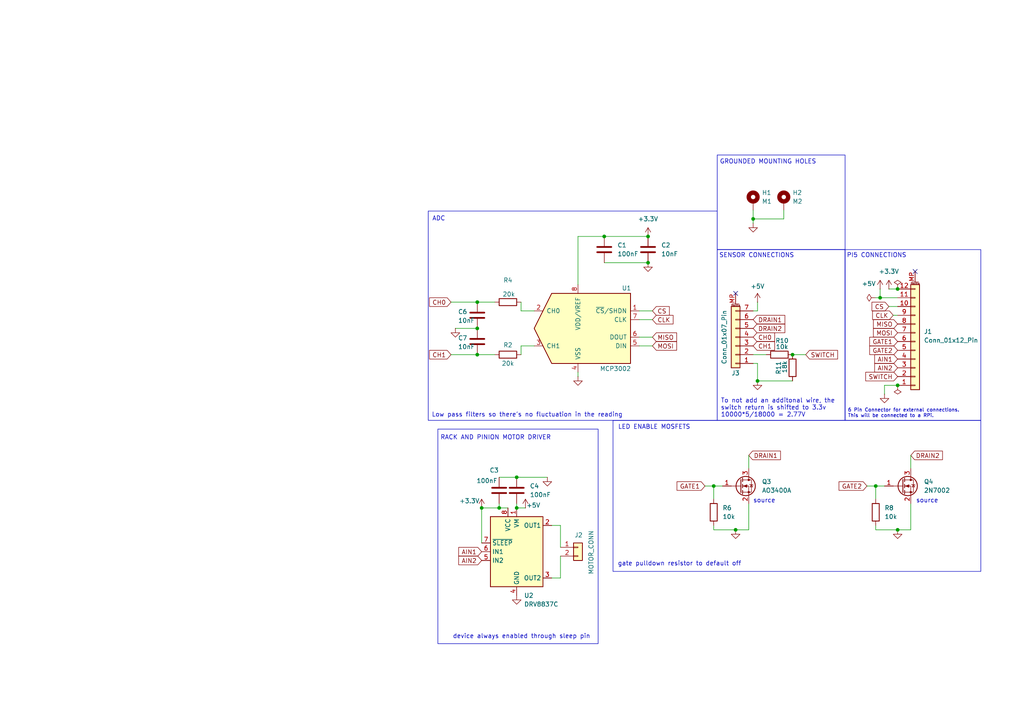
<source format=kicad_sch>
(kicad_sch (version 20250114) (generator "eeschema") (generator_version "9.99")
  (paper "A4")
  (lib_symbols
    (symbol "Analog_ADC:MCP3002" (pin_names (offset 1.016))
      (property "Reference" "U" (at -6.35 11.43 0))
      (property "Value" "MCP3002" (at 11.43 11.43 0))
      (symbol "MCP3002_0_1"
        (polyline (pts (xy 15.24 10.16) (xy -7.62 10.16) (xy -12.7 0) (xy -7.62 -10.16) (xy 15.24 -10.16) (xy 15.24 10.16)) (stroke (width 0.254)) (fill (type background)))
      )
      (symbol "MCP3002_1_1"
        (pin passive line (at -12.7 5.08 0) (length 2.54) (name "CH0") (number "2"))
        (pin passive line (at -12.7 -5.08 0) (length 2.54) (name "CH1") (number "3"))
        (pin power_in line (at 0 12.7 270) (length 2.54) (name "VDD/VREF") (number "8"))
        (pin power_in line (at 0 -12.7 90) (length 2.54) (name "VSS") (number "4"))
        (pin input line (at 17.78 5.08 180) (length 2.54) (name "~{CS}/SHDN") (number "1"))
        (pin input line (at 17.78 2.54 180) (length 2.54) (name "CLK") (number "7"))
        (pin output line (at 17.78 -2.54 180) (length 2.54) (name "DOUT") (number "6"))
        (pin input line (at 17.78 -5.08 180) (length 2.54) (name "DIN") (number "5"))
      )
    )
    (symbol "Connector_Generic:Conn_01x02" (pin_names (offset 1.016) (hide yes))
      (property "Reference" "J" (at 0 2.54 0))
      (property "Value" "Conn_01x02" (at 0 -5.08 0))
      (symbol "Conn_01x02_1_1"
        (rectangle (start -1.27 1.27) (end 1.27 -3.81) (stroke (width 0.254)) (fill (type background)))
        (rectangle (start -1.27 0.127) (end 0 -0.127) (stroke (width 0.1524)))
        (rectangle (start -1.27 -2.413) (end 0 -2.667) (stroke (width 0.1524)))
        (pin passive line (at -5.08 0 0) (length 3.81) (name "Pin_1") (number "1"))
        (pin passive line (at -5.08 -2.54 0) (length 3.81) (name "Pin_2") (number "2"))
      )
    )
    (symbol "Connector_Generic_MountingPin:Conn_01x07_MountingPin" (pin_names (offset 1.016) (hide yes))
      (property "Reference" "J" (at 0 10.16 0))
      (property "Value" "Conn_01x07_MountingPin" (at 1.27 -10.16 0))
      (symbol "Conn_01x07_MountingPin_1_1"
        (rectangle (start -1.27 8.89) (end 1.27 -8.89) (stroke (width 0.254)) (fill (type background)))
        (rectangle (start -1.27 7.747) (end 0 7.493) (stroke (width 0.1524)))
        (rectangle (start -1.27 5.207) (end 0 4.953) (stroke (width 0.1524)))
        (rectangle (start -1.27 2.667) (end 0 2.413) (stroke (width 0.1524)))
        (rectangle (start -1.27 0.127) (end 0 -0.127) (stroke (width 0.1524)))
        (rectangle (start -1.27 -2.413) (end 0 -2.667) (stroke (width 0.1524)))
        (rectangle (start -1.27 -4.953) (end 0 -5.207) (stroke (width 0.1524)))
        (rectangle (start -1.27 -7.493) (end 0 -7.747) (stroke (width 0.1524)))
        (polyline (pts (xy -1.016 -9.652) (xy 1.016 -9.652)) (stroke (width 0.1524)))
        (text "Mounting" (at 0 -9.271 0) (effects (font (size 0.381 0.381))))
        (pin passive line (at -5.08 7.62 0) (length 3.81) (name "Pin_1") (number "1"))
        (pin passive line (at -5.08 5.08 0) (length 3.81) (name "Pin_2") (number "2"))
        (pin passive line (at -5.08 2.54 0) (length 3.81) (name "Pin_3") (number "3"))
        (pin passive line (at -5.08 0 0) (length 3.81) (name "Pin_4") (number "4"))
        (pin passive line (at -5.08 -2.54 0) (length 3.81) (name "Pin_5") (number "5"))
        (pin passive line (at -5.08 -5.08 0) (length 3.81) (name "Pin_6") (number "6"))
        (pin passive line (at -5.08 -7.62 0) (length 3.81) (name "Pin_7") (number "7"))
        (pin passive line (at 0 -12.7 90) (length 3.048) (name "MountPin") (number "MP"))
      )
    )
    (symbol "Connector_Generic_MountingPin:Conn_01x12_MountingPin" (pin_names (offset 1.016) (hide yes))
      (property "Reference" "J" (at 0 15.24 0))
      (property "Value" "Conn_01x12_MountingPin" (at 1.27 -17.78 0))
      (symbol "Conn_01x12_MountingPin_1_1"
        (rectangle (start -1.27 13.97) (end 1.27 -16.51) (stroke (width 0.254)) (fill (type background)))
        (rectangle (start -1.27 12.827) (end 0 12.573) (stroke (width 0.1524)))
        (rectangle (start -1.27 10.287) (end 0 10.033) (stroke (width 0.1524)))
        (rectangle (start -1.27 7.747) (end 0 7.493) (stroke (width 0.1524)))
        (rectangle (start -1.27 5.207) (end 0 4.953) (stroke (width 0.1524)))
        (rectangle (start -1.27 2.667) (end 0 2.413) (stroke (width 0.1524)))
        (rectangle (start -1.27 0.127) (end 0 -0.127) (stroke (width 0.1524)))
        (rectangle (start -1.27 -2.413) (end 0 -2.667) (stroke (width 0.1524)))
        (rectangle (start -1.27 -4.953) (end 0 -5.207) (stroke (width 0.1524)))
        (rectangle (start -1.27 -7.493) (end 0 -7.747) (stroke (width 0.1524)))
        (rectangle (start -1.27 -10.033) (end 0 -10.287) (stroke (width 0.1524)))
        (rectangle (start -1.27 -12.573) (end 0 -12.827) (stroke (width 0.1524)))
        (rectangle (start -1.27 -15.113) (end 0 -15.367) (stroke (width 0.1524)))
        (polyline (pts (xy -1.016 -17.272) (xy 1.016 -17.272)) (stroke (width 0.1524)))
        (text "Mounting" (at 0 -16.891 0) (effects (font (size 0.381 0.381))))
        (pin passive line (at -5.08 12.7 0) (length 3.81) (name "Pin_1") (number "1"))
        (pin passive line (at -5.08 10.16 0) (length 3.81) (name "Pin_2") (number "2"))
        (pin passive line (at -5.08 7.62 0) (length 3.81) (name "Pin_3") (number "3"))
        (pin passive line (at -5.08 5.08 0) (length 3.81) (name "Pin_4") (number "4"))
        (pin passive line (at -5.08 2.54 0) (length 3.81) (name "Pin_5") (number "5"))
        (pin passive line (at -5.08 0 0) (length 3.81) (name "Pin_6") (number "6"))
        (pin passive line (at -5.08 -2.54 0) (length 3.81) (name "Pin_7") (number "7"))
        (pin passive line (at -5.08 -5.08 0) (length 3.81) (name "Pin_8") (number "8"))
        (pin passive line (at -5.08 -7.62 0) (length 3.81) (name "Pin_9") (number "9"))
        (pin passive line (at -5.08 -10.16 0) (length 3.81) (name "Pin_10") (number "10"))
        (pin passive line (at -5.08 -12.7 0) (length 3.81) (name "Pin_11") (number "11"))
        (pin passive line (at -5.08 -15.24 0) (length 3.81) (name "Pin_12") (number "12"))
        (pin passive line (at 0 -20.32 90) (length 3.048) (name "MountPin") (number "MP"))
      )
    )
    (symbol "Device:C" (pin_numbers (hide yes)) (pin_names (offset 0.254))
      (property "Reference" "C" (at 0.635 2.54 0))
      (property "Value" "C" (at 0.635 -2.54 0))
      (symbol "C_0_1"
        (polyline (pts (xy -2.032 0.762) (xy 2.032 0.762)) (stroke (width 0.508)))
        (polyline (pts (xy -2.032 -0.762) (xy 2.032 -0.762)) (stroke (width 0.508)))
      )
      (symbol "C_1_1"
        (pin passive line (at 0 3.81 270) (length 2.794) (name "~") (number "1"))
        (pin passive line (at 0 -3.81 90) (length 2.794) (name "~") (number "2"))
      )
    )
    (symbol "Device:R" (pin_numbers (hide yes)) (pin_names (offset 0))
      (property "Reference" "R" (at 2.032 0 90))
      (property "Value" "R" (at 0 0 90))
      (symbol "R_0_1"
        (rectangle (start -1.016 -2.54) (end 1.016 2.54) (stroke (width 0.254)))
      )
      (symbol "R_1_1"
        (pin passive line (at 0 3.81 270) (length 1.27) (name "~") (number "1"))
        (pin passive line (at 0 -3.81 90) (length 1.27) (name "~") (number "2"))
      )
    )
    (symbol "Driver_Motor:DRV8837C"
      (property "Reference" "U" (at 6.35 11.43 0))
      (property "Value" "DRV8837C" (at -10.16 11.43 0))
      (symbol "DRV8837C_0_1"
        (rectangle (start -7.62 10.16) (end 7.62 -10.16) (stroke (width 0.254)) (fill (type background)))
      )
      (symbol "DRV8837C_1_1"
        (pin input line (at -10.16 2.54 0) (length 2.54) (name "~{SLEEP}") (number "7"))
        (pin input line (at -10.16 0 0) (length 2.54) (name "IN1") (number "6"))
        (pin input line (at -10.16 -2.54 0) (length 2.54) (name "IN2") (number "5"))
        (pin power_in line (at -2.54 12.7 270) (length 2.54) (name "VCC") (number "8"))
        (pin power_in line (at 0 12.7 270) (length 2.54) (name "VM") (number "1"))
        (pin power_in line (at 0 -12.7 90) (length 2.54) (name "GND") (number "4"))
        (pin passive line (at 0 -12.7 90) (length 2.54) (hide yes) (name "GND") (number "9"))
        (pin output line (at 10.16 7.62 180) (length 2.54) (name "OUT1") (number "2"))
        (pin output line (at 10.16 -7.62 180) (length 2.54) (name "OUT2") (number "3"))
      )
    )
    (symbol "Mechanical:MountingHole_Pad" (pin_numbers (hide yes)) (pin_names (offset 1.016) (hide yes)) (exclude_from_sim yes) (in_bom no)
      (property "Reference" "H" (at 0 6.35 0))
      (property "Value" "MountingHole_Pad" (at 0 4.445 0))
      (symbol "MountingHole_Pad_0_1"
        (circle (center 0 1.27) (radius 1.27) (stroke (width 1.27)))
      )
      (symbol "MountingHole_Pad_1_1"
        (pin input line (at 0 -2.54 90) (length 2.54) (name "1") (number "1"))
      )
    )
    (symbol "Transistor_FET:2N7002" (pin_names (hide yes))
      (property "Reference" "Q" (at 5.08 1.905 0))
      (property "Value" "2N7002" (at 5.08 0 0))
      (symbol "2N7002_0_1"
        (polyline (pts (xy 0.254 1.905) (xy 0.254 -1.905)) (stroke (width 0.254)))
        (polyline (pts (xy 0.254 0) (xy -2.54 0)))
        (polyline (pts (xy 0.762 2.286) (xy 0.762 1.27)) (stroke (width 0.254)))
        (polyline (pts (xy 0.762 0.508) (xy 0.762 -0.508)) (stroke (width 0.254)))
        (polyline (pts (xy 0.762 -1.27) (xy 0.762 -2.286)) (stroke (width 0.254)))
        (polyline (pts (xy 0.762 -1.778) (xy 3.302 -1.778) (xy 3.302 1.778) (xy 0.762 1.778)))
        (polyline (pts (xy 1.016 0) (xy 2.032 0.381) (xy 2.032 -0.381) (xy 1.016 0)) (fill (type outline)))
        (circle (center 1.651 0) (radius 2.794) (stroke (width 0.254)))
        (polyline (pts (xy 2.54 2.54) (xy 2.54 1.778)))
        (circle (center 2.54 1.778) (radius 0.254) (fill (type outline)))
        (circle (center 2.54 -1.778) (radius 0.254) (fill (type outline)))
        (polyline (pts (xy 2.54 -2.54) (xy 2.54 0) (xy 0.762 0)))
        (polyline (pts (xy 2.794 0.508) (xy 2.921 0.381) (xy 3.683 0.381) (xy 3.81 0.254)))
        (polyline (pts (xy 3.302 0.381) (xy 2.921 -0.254) (xy 3.683 -0.254) (xy 3.302 0.381)))
      )
      (symbol "2N7002_1_1"
        (pin input line (at -5.08 0 0) (length 2.54) (name "G") (number "1"))
        (pin passive line (at 2.54 5.08 270) (length 2.54) (name "D") (number "3"))
        (pin passive line (at 2.54 -5.08 90) (length 2.54) (name "S") (number "2"))
      )
    )
    (symbol "power:+3.3V" (power) (pin_numbers (hide yes)) (pin_names (offset 0) (hide yes))
      (property "Value" "+3.3V" (at 0 3.556 0))
      (symbol "+3.3V_0_1"
        (polyline (pts (xy -0.762 1.27) (xy 0 2.54)))
        (polyline (pts (xy 0 2.54) (xy 0.762 1.27)))
        (polyline (pts (xy 0 0) (xy 0 2.54)))
      )
      (symbol "+3.3V_1_1"
        (pin power_in line (at 0 0 90) (length 0) (name "~") (number "1"))
      )
    )
    (symbol "power:GND" (power) (pin_numbers (hide yes)) (pin_names (offset 0) (hide yes))
      (property "Value" "GND" (at 0 -3.81 0))
      (symbol "GND_0_1"
        (polyline (pts (xy 0 0) (xy 0 -1.27) (xy 1.27 -1.27) (xy 0 -2.54) (xy -1.27 -1.27) (xy 0 -1.27)))
      )
      (symbol "GND_1_1"
        (pin power_in line (at 0 0 270) (length 0) (name "~") (number "1"))
      )
    )
    (symbol "power:PWR_FLAG" (power) (pin_numbers (hide yes)) (pin_names (offset 0) (hide yes))
      (property "Value" "PWR_FLAG" (at 0 3.81 0))
      (symbol "PWR_FLAG_0_0"
        (pin power_out line (at 0 0 90) (length 0) (name "~") (number "1"))
      )
      (symbol "PWR_FLAG_0_1"
        (polyline (pts (xy 0 0) (xy 0 1.27) (xy -1.016 1.905) (xy 0 2.54) (xy 1.016 1.905) (xy 0 1.27)))
      )
    )
  )
  (rectangle (start 245.11 72.39) (end 284.48 121.92))
  (rectangle (start 177.8 121.92) (end 284.48 165.735))
  (rectangle (start 124.206 61.214) (end 208.026 121.92))
  (rectangle (start 208.026 72.39) (end 245.11 121.92))
  (rectangle (start 208.026 44.958) (end 245.11 72.39))
  (rectangle (start 127 124.46) (end 173.482 186.69))
  (text "PI5 CONNECTIONS\n\n" (at 254.254 75.184 0) (effects (font (size 1.27 1.27))))
  (text "gate pulldown resistor to default off\n\n" (at 197.104 164.592 0) (effects (font (size 1.27 1.27))))
  (text "device always enabled through sleep pin" (at 131.318 184.658 0) (effects (font (size 1.27 1.27)) (justify left)))
  (text "source\n" (at 218.44 145.288 0) (effects (font (size 1.27 1.27)) (justify left)))
  (text "To not add an additonal wire, the \nswitch return is shifted to 3.3v\n10000*5/18000 = 2.77V" (at 209.042 118.364 0) (effects (font (size 1.27 1.27)) (justify left)))
  (text "SENSOR CONNECTIONS\n" (at 219.456 74.168 0) (effects (font (size 1.27 1.27))))
  (text "ADC" (at 127.254 63.5 0) (effects (font (size 1.27 1.27))))
  (text "source\n" (at 265.684 145.288 0) (effects (font (size 1.27 1.27)) (justify left)))
  (text "RACK AND PINION MOTOR DRIVER\n" (at 143.764 127 0) (effects (font (size 1.27 1.27))))
  (text "Low pass filters so there's no fluctuation in the reading\n" (at 152.908 120.396 0) (effects (font (size 1.27 1.27))))
  (text "6 Pin Connector for external connections. \nThis will be connected to a RPi." (at 245.872 119.888 0) (effects (font (size 1 1)) (justify left)))
  (text "GROUNDED MOUNTING HOLES\n" (at 222.758 46.99 0) (effects (font (size 1.27 1.27))))
  (text "LED ENABLE MOSFETS\n" (at 189.738 123.952 0) (effects (font (size 1.27 1.27))))
  (junction (at 255.27 86.36))
  (junction (at 138.43 95.25))
  (junction (at 144.78 147.32))
  (junction (at 218.44 63.5))
  (junction (at 175.26 68.58))
  (junction (at 260.35 153.67))
  (junction (at 138.43 87.63))
  (junction (at 260.35 111.76))
  (junction (at 139.7 147.32))
  (junction (at 207.01 140.97))
  (junction (at 229.87 102.87))
  (junction (at 187.96 68.58))
  (junction (at 219.71 110.49))
  (junction (at 149.86 138.43))
  (junction (at 149.86 147.32))
  (junction (at 213.36 153.67))
  (junction (at 138.43 102.87))
  (junction (at 260.35 83.82))
  (junction (at 187.96 76.2))
  (junction (at 254 140.97))
  (no_connect (at 265.43 78.74))
  (no_connect (at 213.36 85.09))
  (wire (pts (xy 227.33 60.96) (xy 227.33 63.5)))
  (wire (pts (xy 167.64 68.58) (xy 167.64 82.55)))
  (wire (pts (xy 151.13 102.87) (xy 151.13 100.33)))
  (wire (pts (xy 207.01 152.4) (xy 207.01 153.67)))
  (wire (pts (xy 256.54 111.76) (xy 260.35 111.76)))
  (wire (pts (xy 255.27 83.82) (xy 255.27 86.36)))
  (wire (pts (xy 251.46 140.97) (xy 254 140.97)))
  (wire (pts (xy 213.36 153.67) (xy 217.17 153.67)))
  (wire (pts (xy 218.44 105.41) (xy 219.71 105.41)))
  (wire (pts (xy 185.42 97.79) (xy 189.23 97.79)))
  (wire (pts (xy 217.17 132.08) (xy 217.17 135.89)))
  (wire (pts (xy 151.13 90.17) (xy 154.94 90.17)))
  (wire (pts (xy 175.26 68.58) (xy 187.96 68.58)))
  (wire (pts (xy 207.01 140.97) (xy 209.55 140.97)))
  (wire (pts (xy 149.86 146.05) (xy 149.86 147.32)))
  (wire (pts (xy 227.33 63.5) (xy 218.44 63.5)))
  (wire (pts (xy 167.64 68.58) (xy 175.26 68.58)))
  (wire (pts (xy 260.35 153.67) (xy 264.16 153.67)))
  (wire (pts (xy 218.44 90.17) (xy 219.71 90.17)))
  (wire (pts (xy 167.64 107.95) (xy 167.64 109.22)))
  (wire (pts (xy 254 152.4) (xy 254 153.67)))
  (wire (pts (xy 185.42 90.17) (xy 189.23 90.17)))
  (wire (pts (xy 132.08 95.25) (xy 138.43 95.25)))
  (wire (pts (xy 162.56 167.64) (xy 162.56 161.29)))
  (wire (pts (xy 185.42 100.33) (xy 189.23 100.33)))
  (wire (pts (xy 254 86.36) (xy 255.27 86.36)))
  (wire (pts (xy 175.26 76.2) (xy 187.96 76.2)))
  (wire (pts (xy 138.43 102.87) (xy 143.51 102.87)))
  (wire (pts (xy 218.44 60.96) (xy 218.44 63.5)))
  (wire (pts (xy 218.44 63.5) (xy 218.44 64.77)))
  (wire (pts (xy 222.25 102.87) (xy 218.44 102.87)))
  (wire (pts (xy 257.81 88.9) (xy 260.35 88.9)))
  (wire (pts (xy 139.7 157.48) (xy 139.7 147.32)))
  (wire (pts (xy 151.13 87.63) (xy 151.13 90.17)))
  (wire (pts (xy 162.56 152.4) (xy 160.02 152.4)))
  (wire (pts (xy 144.78 147.32) (xy 147.32 147.32)))
  (wire (pts (xy 259.08 91.44) (xy 260.35 91.44)))
  (wire (pts (xy 204.47 140.97) (xy 207.01 140.97)))
  (wire (pts (xy 254 140.97) (xy 254 144.78)))
  (wire (pts (xy 185.42 92.71) (xy 189.23 92.71)))
  (wire (pts (xy 219.71 110.49) (xy 229.87 110.49)))
  (wire (pts (xy 151.13 100.33) (xy 154.94 100.33)))
  (wire (pts (xy 207.01 153.67) (xy 213.36 153.67)))
  (wire (pts (xy 219.71 105.41) (xy 219.71 110.49)))
  (wire (pts (xy 162.56 167.64) (xy 160.02 167.64)))
  (wire (pts (xy 162.56 152.4) (xy 162.56 158.75)))
  (wire (pts (xy 264.16 146.05) (xy 264.16 153.67)))
  (wire (pts (xy 256.54 111.76) (xy 256.54 114.3)))
  (wire (pts (xy 217.17 146.05) (xy 217.17 153.67)))
  (wire (pts (xy 138.43 87.63) (xy 143.51 87.63)))
  (wire (pts (xy 149.86 138.43) (xy 158.75 138.43)))
  (wire (pts (xy 257.81 83.82) (xy 260.35 83.82)))
  (wire (pts (xy 144.78 146.05) (xy 144.78 147.32)))
  (wire (pts (xy 229.87 102.87) (xy 233.68 102.87)))
  (wire (pts (xy 149.86 147.32) (xy 152.4 147.32)))
  (wire (pts (xy 130.81 102.87) (xy 138.43 102.87)))
  (wire (pts (xy 219.71 87.63) (xy 219.71 90.17)))
  (wire (pts (xy 207.01 140.97) (xy 207.01 144.78)))
  (wire (pts (xy 254 140.97) (xy 256.54 140.97)))
  (wire (pts (xy 254 153.67) (xy 260.35 153.67)))
  (wire (pts (xy 139.7 147.32) (xy 144.78 147.32)))
  (wire (pts (xy 264.16 132.08) (xy 264.16 135.89)))
  (wire (pts (xy 260.35 86.36) (xy 255.27 86.36)))
  (wire (pts (xy 144.78 138.43) (xy 149.86 138.43)))
  (wire (pts (xy 130.81 87.63) (xy 138.43 87.63)))
  (global_label "CS" (shape input) (at 257.81 88.9 180) (property "Intersheetrefs" "${INTERSHEET_REFS}" (hide yes)))
  (global_label "CH0" (shape input) (at 130.81 87.63 180) (property "Intersheetrefs" "${INTERSHEET_REFS}" (hide yes)))
  (global_label "AIN2" (shape input) (at 260.35 106.68 180) (property "Intersheetrefs" "${INTERSHEET_REFS}" (hide yes)))
  (global_label "CH1" (shape input) (at 130.81 102.87 180) (property "Intersheetrefs" "${INTERSHEET_REFS}" (hide yes)))
  (global_label "AIN1" (shape input) (at 260.35 104.14 180) (property "Intersheetrefs" "${INTERSHEET_REFS}" (hide yes)))
  (global_label "CLK" (shape input) (at 189.23 92.71 0) (property "Intersheetrefs" "${INTERSHEET_REFS}" (hide yes)))
  (global_label "CH0" (shape input) (at 218.44 97.79 0) (property "Intersheetrefs" "${INTERSHEET_REFS}" (hide yes)))
  (global_label "MISO" (shape input) (at 260.35 93.98 180) (property "Intersheetrefs" "${INTERSHEET_REFS}" (hide yes)))
  (global_label "MISO" (shape input) (at 189.23 97.79 0) (property "Intersheetrefs" "${INTERSHEET_REFS}" (hide yes)))
  (global_label "SWITCH" (shape input) (at 233.68 102.87 0) (property "Intersheetrefs" "${INTERSHEET_REFS}" (hide yes)))
  (global_label "MOSI" (shape input) (at 189.23 100.33 0) (property "Intersheetrefs" "${INTERSHEET_REFS}" (hide yes)))
  (global_label "MOSI" (shape input) (at 260.35 96.52 180) (property "Intersheetrefs" "${INTERSHEET_REFS}" (hide yes)))
  (global_label "DRAIN2" (shape input) (at 264.16 132.08 0) (property "Intersheetrefs" "${INTERSHEET_REFS}" (hide yes)))
  (global_label "DRAIN2" (shape input) (at 218.44 95.25 0) (property "Intersheetrefs" "${INTERSHEET_REFS}" (hide yes)))
  (global_label "CLK" (shape input) (at 259.08 91.44 180) (property "Intersheetrefs" "${INTERSHEET_REFS}" (hide yes)))
  (global_label "SWITCH" (shape input) (at 260.35 109.22 180) (property "Intersheetrefs" "${INTERSHEET_REFS}" (hide yes)))
  (global_label "GATE2" (shape input) (at 251.46 140.97 180) (property "Intersheetrefs" "${INTERSHEET_REFS}" (hide yes)))
  (global_label "GATE1" (shape input) (at 204.47 140.97 180) (property "Intersheetrefs" "${INTERSHEET_REFS}" (hide yes)))
  (global_label "DRAIN1" (shape input) (at 218.44 92.71 0) (property "Intersheetrefs" "${INTERSHEET_REFS}" (hide yes)))
  (global_label "GATE1" (shape input) (at 260.35 99.06 180) (property "Intersheetrefs" "${INTERSHEET_REFS}" (hide yes)))
  (global_label "CS" (shape input) (at 189.23 90.17 0) (property "Intersheetrefs" "${INTERSHEET_REFS}" (hide yes)))
  (global_label "CH1" (shape input) (at 218.44 100.33 0) (property "Intersheetrefs" "${INTERSHEET_REFS}" (hide yes)))
  (global_label "AIN1" (shape input) (at 139.7 160.02 180) (property "Intersheetrefs" "${INTERSHEET_REFS}" (hide yes)))
  (global_label "GATE2" (shape input) (at 260.35 101.6 180) (property "Intersheetrefs" "${INTERSHEET_REFS}" (hide yes)))
  (global_label "AIN2" (shape input) (at 139.7 162.56 180) (property "Intersheetrefs" "${INTERSHEET_REFS}" (hide yes)))
  (global_label "DRAIN1" (shape input) (at 217.17 132.08 0) (property "Intersheetrefs" "${INTERSHEET_REFS}" (hide yes)))
  (symbol (lib_id "Mechanical:MountingHole_Pad") (at 218.44 58.42 0) (unit 1) (exclude_from_sim yes) (in_bom no)
    (property "Reference" "H1" (at 220.98 55.8799 0) (effects (justify left)))
    (property "Value" "M1" (at 220.98 58.4199 0) (effects (justify left)))
    (property "Footprint" "MountingHole:MountingHole_3.2mm_M3_Pad_Via" (hide yes))
    (property "Description" "Mounting Hole with connection" (hide yes))
  )
  (symbol (lib_id "power:+3.3V") (at 257.81 83.82 0) (unit 1)
    (property "Reference" "#PWR06" (hide yes))
    (property "Value" "+3.3V" (at 257.81 78.74 0))
    (property "Description" "Power symbol creates a global label with name \"+3.3V\"" (hide yes))
  )
  (symbol (lib_id "Device:C") (at 187.96 72.39 0) (unit 1)
    (property "Reference" "C2" (at 191.77 71.1199 0) (effects (justify left)))
    (property "Value" "10nF" (at 191.77 73.6599 0) (effects (justify left)))
    (property "Footprint" "Capacitor_SMD:C_0805_2012Metric_Pad1.18x1.45mm_HandSolder" (hide yes))
    (property "Description" "Unpolarized capacitor" (hide yes))
  )
  (symbol (lib_id "power:GND") (at 187.96 76.2 0) (unit 1)
    (property "Reference" "#PWR01" (hide yes))
    (property "Value" "GND" (hide yes))
    (property "Description" "Power symbol creates a global label with name \"GND\" , ground" (hide yes))
  )
  (symbol (lib_id "power:+3.3V") (at 255.27 83.82 0) (unit 1)
    (property "Reference" "#PWR02" (hide yes))
    (property "Value" "+5V" (at 249.936 82.296 0) (effects (justify left)))
    (property "Description" "Power symbol creates a global label with name \"+3.3V\"" (hide yes))
  )
  (symbol (lib_id "power:+3.3V") (at 152.4 147.32 0) (unit 1)
    (property "Reference" "#PWR017" (hide yes))
    (property "Value" "+5V" (at 152.654 146.558 0) (effects (justify left)))
    (property "Description" "Power symbol creates a global label with name \"+3.3V\"" (hide yes))
  )
  (symbol (lib_id "Device:R") (at 226.06 102.87 90) (unit 1)
    (property "Reference" "R10" (at 226.822 98.806 90))
    (property "Value" "10k" (at 226.822 100.584 90))
    (property "Footprint" "Resistor_SMD:R_0805_2012Metric_Pad1.20x1.40mm_HandSolder" (hide yes))
    (property "Description" "Resistor" (hide yes))
  )
  (symbol (lib_id "Device:R") (at 254 148.59 180) (unit 1)
    (property "Reference" "R8" (at 256.54 147.3199 0) (effects (justify right)))
    (property "Value" "10k" (at 256.54 149.8599 0) (effects (justify right)))
    (property "Footprint" "Resistor_SMD:R_0805_2012Metric_Pad1.20x1.40mm_HandSolder" (hide yes))
    (property "Description" "Resistor" (hide yes))
  )
  (symbol (lib_id "Analog_ADC:MCP3002") (at 167.64 95.25 0) (unit 1)
    (property "Reference" "U1" (at 180.34 83.566 0) (effects (justify left)))
    (property "Value" "MCP3002" (at 173.99 106.934 0) (effects (justify left)))
    (property "Footprint" "Package_DIP:DIP-8_W7.62mm" (hide yes))
    (property "Datasheet" "http://ww1.microchip.com/downloads/en/DeviceDoc/21294E.pdf" (hide yes))
    (property "Description" "Dual Channel 10-Bit A/D Converter with SPI Serial Interface" (hide yes))
  )
  (symbol (lib_id "power:PWR_FLAG") (at 254 86.36 90) (unit 1)
    (property "Reference" "#FLG01" (hide yes))
    (property "Value" "PWR_FLAG" (hide yes))
    (property "Description" "Special symbol for telling ERC where power comes from" (hide yes))
  )
  (symbol (lib_id "power:GND") (at 219.71 110.49 0) (unit 1)
    (property "Reference" "#PWR015" (hide yes))
    (property "Value" "GND" (hide yes))
    (property "Description" "Power symbol creates a global label with name \"GND\" , ground" (hide yes))
  )
  (symbol (lib_id "Transistor_FET:2N7002") (at 214.63 140.97 0) (unit 1)
    (property "Reference" "Q3" (at 220.98 139.6999 0) (effects (justify left)))
    (property "Value" "AO3400A" (at 220.98 142.2399 0) (effects (justify left)))
    (property "Footprint" "Package_TO_SOT_SMD:SOT-23_Handsoldering" (hide yes))
    (property "Datasheet" "https://www.onsemi.com/pub/Collateral/NDS7002A-D.PDF" (hide yes))
    (property "Description" "0.115A Id, 60V Vds, N-Channel MOSFET, SOT-23" (hide yes))
  )
  (symbol (lib_id "Device:C") (at 175.26 72.39 0) (unit 1)
    (property "Reference" "C1" (at 179.07 71.1199 0) (effects (justify left)))
    (property "Value" "100nF" (at 179.07 73.6599 0) (effects (justify left)))
    (property "Footprint" "Capacitor_SMD:C_0805_2012Metric_Pad1.18x1.45mm_HandSolder" (hide yes))
    (property "Description" "Unpolarized capacitor" (hide yes))
  )
  (symbol (lib_id "Device:C") (at 138.43 91.44 0) (unit 1)
    (property "Reference" "C6" (at 132.842 90.424 0) (effects (justify left)))
    (property "Value" "10nF" (at 132.842 92.964 0) (effects (justify left)))
    (property "Footprint" "Capacitor_SMD:C_0805_2012Metric_Pad1.18x1.45mm_HandSolder" (hide yes))
    (property "Description" "Unpolarized capacitor" (hide yes))
  )
  (symbol (lib_id "power:GND") (at 132.08 95.25 0) (unit 1)
    (property "Reference" "#PWR019" (hide yes))
    (property "Value" "GND" (hide yes))
    (property "Description" "Power symbol creates a global label with name \"GND\" , ground" (hide yes))
  )
  (symbol (lib_id "power:GND") (at 260.35 153.67 0) (unit 1)
    (property "Reference" "#PWR012" (hide yes))
    (property "Value" "GND" (hide yes))
    (property "Description" "Power symbol creates a global label with name \"GND\" , ground" (hide yes))
  )
  (symbol (lib_id "Connector_Generic_MountingPin:Conn_01x12_MountingPin") (at 265.43 99.06 0) (mirror x) (unit 1)
    (property "Reference" "J1" (at 267.97 96.1643 0) (effects (justify left)))
    (property "Value" "Conn_01x12_Pin" (at 267.97 98.7043 0) (effects (justify left)))
    (property "Footprint" "Connector_JST:JST_ZH_S12B-ZR-SM4A-TF_1x12-1MP_P1.50mm_Horizontal" (hide yes))
    (property "Description" "Generic connectable mounting pin connector, single row, 01x12, script generated (kicad-library-utils/schlib/autogen/connector/)" (hide yes))
  )
  (symbol (lib_id "power:PWR_FLAG") (at 260.35 111.76 180) (unit 1)
    (property "Reference" "#FLG04" (hide yes))
    (property "Value" "PWR_FLAG" (hide yes))
    (property "Description" "Special symbol for telling ERC where power comes from" (hide yes))
  )
  (symbol (lib_id "power:PWR_FLAG") (at 260.35 83.82 0) (unit 1)
    (property "Reference" "#FLG03" (hide yes))
    (property "Value" "PWR_FLAG" (hide yes))
    (property "Description" "Special symbol for telling ERC where power comes from" (hide yes))
  )
  (symbol (lib_id "Mechanical:MountingHole_Pad") (at 227.33 58.42 0) (unit 1) (exclude_from_sim yes) (in_bom no)
    (property "Reference" "H2" (at 229.87 55.8799 0) (effects (justify left)))
    (property "Value" "M2" (at 229.87 58.4199 0) (effects (justify left)))
    (property "Footprint" "MountingHole:MountingHole_3.2mm_M3_Pad_Via" (hide yes))
    (property "Description" "Mounting Hole with connection" (hide yes))
  )
  (symbol (lib_id "Connector_Generic:Conn_01x02") (at 167.64 158.75 0) (unit 1)
    (property "Reference" "J2" (at 166.624 155.194 0) (effects (justify left)))
    (property "Value" "MOTOR_CONN" (at 171.45 166.624 90) (effects (justify left)))
    (property "Footprint" "Connector_JST:JST_XH_B2B-XH-A_1x02_P2.50mm_Vertical" (hide yes))
    (property "Description" "Generic connector, single row, 01x02, script generated (kicad-library-utils/schlib/autogen/connector/)" (hide yes))
  )
  (symbol (lib_id "Connector_Generic_MountingPin:Conn_01x07_MountingPin") (at 213.36 97.79 180) (unit 1)
    (property "Reference" "J3" (at 213.36 108.204 0))
    (property "Value" "Conn_01x07_Pin" (at 210.058 97.79 90))
    (property "Footprint" "Connector_JST:JST_ZH_S7B-ZR-SM4A-TF_1x07-1MP_P1.50mm_Horizontal" (hide yes))
    (property "Description" "Generic connectable mounting pin connector, single row, 01x07, script generated (kicad-library-utils/schlib/autogen/connector/)" (hide yes))
  )
  (symbol (lib_id "power:GND") (at 158.75 138.43 0) (unit 1)
    (property "Reference" "#PWR08" (hide yes))
    (property "Value" "GND" (hide yes))
    (property "Description" "Power symbol creates a global label with name \"GND\" , ground" (hide yes))
  )
  (symbol (lib_id "Device:R") (at 207.01 148.59 180) (unit 1)
    (property "Reference" "R6" (at 209.55 147.3199 0) (effects (justify right)))
    (property "Value" "10k" (at 209.55 149.8599 0) (effects (justify right)))
    (property "Footprint" "Resistor_SMD:R_0805_2012Metric_Pad1.20x1.40mm_HandSolder" (hide yes))
    (property "Description" "Resistor" (hide yes))
  )
  (symbol (lib_id "Driver_Motor:DRV8837C") (at 149.86 160.02 0) (unit 1)
    (property "Reference" "U2" (at 152.0033 172.72 0) (effects (justify left)))
    (property "Value" "DRV8837C" (at 152.0033 175.26 0) (effects (justify left)))
    (property "Footprint" "Package_SON:WSON-8-1EP_2x2mm_P0.5mm_EP0.9x1.6mm" (hide yes))
    (property "Datasheet" "http://www.ti.com/lit/ds/symlink/drv8837c.pdf" (hide yes))
    (property "Description" "H-Bridge driver, 1A, Low Voltage, PWM input, WSON-8" (hide yes))
  )
  (symbol (lib_id "power:+3.3V") (at 139.7 147.32 0) (unit 1)
    (property "Reference" "#PWR09" (hide yes))
    (property "Value" "+3.3V" (at 136.144 145.288 0))
    (property "Description" "Power symbol creates a global label with name \"+3.3V\"" (hide yes))
  )
  (symbol (lib_id "Transistor_FET:2N7002") (at 261.62 140.97 0) (unit 1)
    (property "Reference" "Q4" (at 267.97 139.6999 0) (effects (justify left)))
    (property "Value" "2N7002" (at 267.97 142.2399 0) (effects (justify left)))
    (property "Footprint" "Package_TO_SOT_SMD:SOT-23_Handsoldering" (hide yes))
    (property "Datasheet" "https://www.onsemi.com/pub/Collateral/NDS7002A-D.PDF" (hide yes))
    (property "Description" "0.115A Id, 60V Vds, N-Channel MOSFET, SOT-23" (hide yes))
  )
  (symbol (lib_id "Device:C") (at 138.43 99.06 0) (unit 1)
    (property "Reference" "C7" (at 132.842 98.044 0) (effects (justify left)))
    (property "Value" "10nF" (at 132.842 100.584 0) (effects (justify left)))
    (property "Footprint" "Capacitor_SMD:C_0805_2012Metric_Pad1.18x1.45mm_HandSolder" (hide yes))
    (property "Description" "Unpolarized capacitor" (hide yes))
  )
  (symbol (lib_id "power:GND") (at 256.54 114.3 0) (unit 1)
    (property "Reference" "#PWR03" (hide yes))
    (property "Value" "GND" (hide yes))
    (property "Description" "Power symbol creates a global label with name \"GND\" , ground" (hide yes))
  )
  (symbol (lib_id "Device:R") (at 147.32 102.87 90) (unit 1)
    (property "Reference" "R2" (at 147.32 100.076 90))
    (property "Value" "20k" (at 147.32 105.41 90))
    (property "Footprint" "Resistor_SMD:R_0805_2012Metric_Pad1.20x1.40mm_HandSolder" (hide yes))
    (property "Description" "Resistor" (hide yes))
  )
  (symbol (lib_id "Device:C") (at 149.86 142.24 0) (unit 1)
    (property "Reference" "C4" (at 153.67 140.9699 0) (effects (justify left)))
    (property "Value" "100nF" (at 153.67 143.5099 0) (effects (justify left)))
    (property "Footprint" "Capacitor_SMD:C_0805_2012Metric_Pad1.18x1.45mm_HandSolder" (hide yes))
    (property "Description" "Unpolarized capacitor" (hide yes))
  )
  (symbol (lib_id "power:+3.3V") (at 219.71 87.63 0) (unit 1)
    (property "Reference" "#PWR016" (hide yes))
    (property "Value" "+5V" (at 217.678 83.058 0) (effects (justify left)))
    (property "Description" "Power symbol creates a global label with name \"+3.3V\"" (hide yes))
  )
  (symbol (lib_id "power:GND") (at 218.44 64.77 0) (unit 1)
    (property "Reference" "#PWR010" (hide yes))
    (property "Value" "GND" (hide yes))
    (property "Description" "Power symbol creates a global label with name \"GND\" , ground" (hide yes))
  )
  (symbol (lib_id "power:GND") (at 213.36 153.67 0) (unit 1)
    (property "Reference" "#PWR011" (hide yes))
    (property "Value" "GND" (hide yes))
    (property "Description" "Power symbol creates a global label with name \"GND\" , ground" (hide yes))
  )
  (symbol (lib_id "Device:C") (at 144.78 142.24 0) (unit 1)
    (property "Reference" "C3" (at 141.986 136.398 0) (effects (justify left)))
    (property "Value" "100nF" (at 138.176 139.446 0) (effects (justify left)))
    (property "Footprint" "Capacitor_SMD:C_0805_2012Metric_Pad1.18x1.45mm_HandSolder" (hide yes))
    (property "Description" "Unpolarized capacitor" (hide yes))
  )
  (symbol (lib_id "Device:R") (at 147.32 87.63 90) (unit 1)
    (property "Reference" "R4" (at 147.32 81.28 90))
    (property "Value" "20k" (at 147.574 85.344 90))
    (property "Footprint" "Resistor_SMD:R_0805_2012Metric_Pad1.20x1.40mm_HandSolder" (hide yes))
    (property "Description" "Resistor" (hide yes))
  )
  (symbol (lib_id "power:+3.3V") (at 187.96 68.58 0) (unit 1)
    (property "Reference" "#PWR04" (hide yes))
    (property "Value" "+3.3V" (at 187.96 63.5 0))
    (property "Description" "Power symbol creates a global label with name \"+3.3V\"" (hide yes))
  )
  (symbol (lib_id "power:GND") (at 149.86 172.72 0) (unit 1)
    (property "Reference" "#PWR07" (hide yes))
    (property "Value" "GND" (hide yes))
    (property "Description" "Power symbol creates a global label with name \"GND\" , ground" (hide yes))
  )
  (symbol (lib_id "Device:R") (at 229.87 106.68 180) (unit 1)
    (property "Reference" "R11" (at 225.806 106.68 90))
    (property "Value" "18k" (at 227.584 106.426 90))
    (property "Footprint" "Resistor_SMD:R_0805_2012Metric_Pad1.20x1.40mm_HandSolder" (hide yes))
    (property "Description" "Resistor" (hide yes))
  )
  (symbol (lib_id "power:GND") (at 167.64 109.22 0) (unit 1)
    (property "Reference" "#PWR05" (hide yes))
    (property "Value" "GND" (hide yes))
    (property "Description" "Power symbol creates a global label with name \"GND\" , ground" (hide yes))
  )
)
</source>
